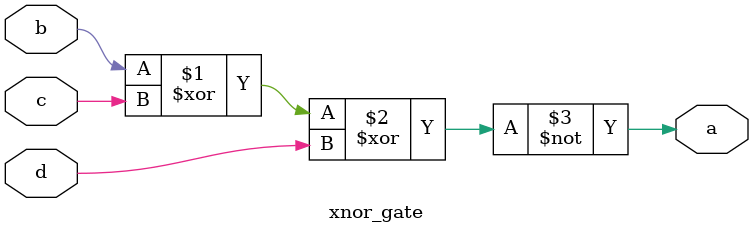
<source format=sv>
module top_module (
    input clk,
    input x,
    output reg z);
    
    reg d1, d2, d3;
    wire xor_out, and_out, or_out;
    
    xor_gate xor1(
        .a(d1),
        .b(d1),
        .out(xor_out)
    );
    
    and_gate and1(
        .a(d2),
        .b(~d2),
        .out(and_out)
    );
    
    or_gate or1(
        .a(d3),
        .b(~d3),
        .out(or_out)
    );
    
    xnor_gate xnor1(
        .a(xor_out),
        .b(and_out),
        .c(or_out),
        .out(z)
    );
    
    always @(posedge clk) begin
        d1 <= x ^ d1;
        d2 <= x & ~d2;
        d3 <= x | ~d3;
    end
    
endmodule
module xor_gate(output a, input b, input c);
    assign a = b ^ c;
endmodule
module and_gate(output a, input b, input c);
    assign a = b & c;
endmodule
module or_gate(output a, input b, input c);
    assign a = b | c;
endmodule
module xnor_gate(output a, input b, input c, input d);
    assign a = ~(b ^ c ^ d);
endmodule

</source>
